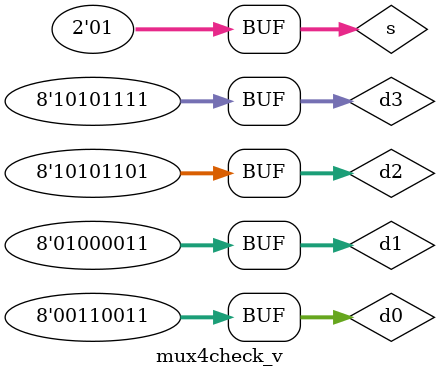
<source format=v>
`timescale 1ns / 1ps


module mux4check_v;

	// Inputs
	reg [7:0] d0;
	reg [7:0] d1;
	reg [7:0] d2;
	reg [7:0] d3;
	reg [1:0] s;

	// Outputs
	wire [7:0] y;

	// Instantiate the Unit Under Test (UUT)
	mux4 uut (
		.d0(d0), 
		.d1(d1), 
		.d2(d2), 
		.d3(d3), 
		.s(s), 
		.y(y)
	);

	initial begin
		// Initialize Inputs
		d0 = 8'h33;
		d1 = 8'h43;
		d2 = 8'hAD;
		d3 = 8'hAF;
		s = 01;

		// Wait 100 ns for global reset to finish
		#100;
        
		// Add stimulus here

	end
      
endmodule


</source>
